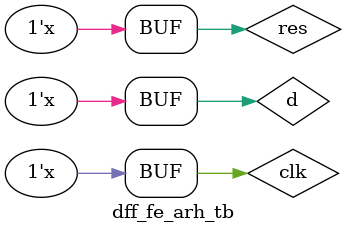
<source format=v>
`include "Hadif_B190513CS_Q01g.v"
module dff_fe_arh_tb;

wire q, q1;
reg clk, d, res;

dff_fe_arh dff1(q, q1, d, clk, res);

initial
begin
  clk=0;
  d=0;
  res=1;
  $dumpfile("dff.vcd");
  $dumpvars(0, dff1);
  $display("clk res d q q'");
  $monitor(" %b  %b  %b %b %b", clk, res, d, q, q1);
end

always #5 d = ~d;
always #3 clk = ~clk;
always #13 res = ~res;

endmodule
</source>
